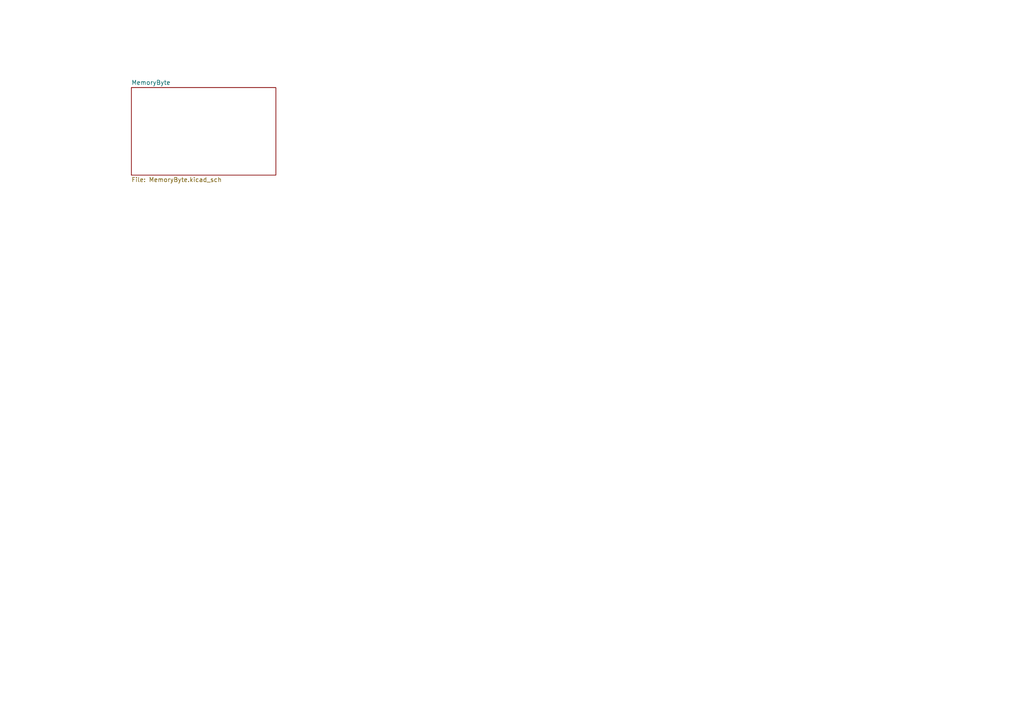
<source format=kicad_sch>
(kicad_sch (version 20230121) (generator eeschema)
  (paper "A4")
  (lib_symbols)
  (sheet (at 38.1 25.4) (size 41.91 25.4) (stroke (width 0.1524))
    (property "Sheetname" "MemoryByte" (at 38.1 24.6884 0) (effects (justify left bottom)))
    (property "Sheetfile" "MemoryByte.kicad_sch" (at 38.1 51.3846 0) (effects (justify left top)))
  )
)
</source>
